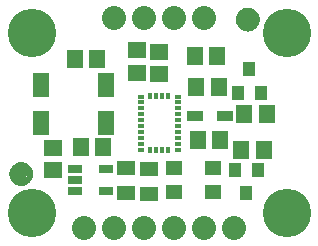
<source format=gbr>
G04 EAGLE Gerber RS-274X export*
G75*
%MOMM*%
%FSLAX34Y34*%
%LPD*%
%INSoldermask Top*%
%IPPOS*%
%AMOC8*
5,1,8,0,0,1.08239X$1,22.5*%
G01*
%ADD10R,0.576600X0.351600*%
%ADD11R,0.351600X0.476600*%
%ADD12R,1.601600X1.401600*%
%ADD13R,1.401600X1.601600*%
%ADD14R,1.401600X2.001600*%
%ADD15R,1.601600X1.301600*%
%ADD16C,1.101600*%
%ADD17C,0.500000*%
%ADD18R,1.101600X1.301600*%
%ADD19R,1.401600X1.301600*%
%ADD20R,1.301600X0.651600*%
%ADD21C,4.101600*%
%ADD22C,2.032000*%
%ADD23R,1.451600X0.901600*%


D10*
X117725Y79100D03*
D11*
X125850Y78475D03*
X130850Y78475D03*
X135850Y78475D03*
X140850Y78475D03*
D10*
X148975Y79100D03*
X148975Y84100D03*
X148975Y89100D03*
X148975Y94100D03*
X148975Y99100D03*
X148975Y104100D03*
X148975Y109100D03*
X148975Y114100D03*
X148975Y119100D03*
X148975Y124100D03*
D11*
X140850Y124725D03*
X135850Y124725D03*
X130850Y124725D03*
X125850Y124725D03*
D10*
X117725Y124100D03*
X117725Y119100D03*
X117725Y114100D03*
X117725Y109100D03*
X117725Y104100D03*
X117725Y99100D03*
X117725Y94100D03*
X117725Y89100D03*
X117725Y84100D03*
D12*
X114300Y163170D03*
X114300Y144170D03*
X133350Y161900D03*
X133350Y142900D03*
D13*
X163220Y158750D03*
X182220Y158750D03*
X224130Y109220D03*
X205130Y109220D03*
X202590Y78740D03*
X221590Y78740D03*
D14*
X88460Y134110D03*
X33460Y134110D03*
X33460Y102110D03*
X88460Y102110D03*
D13*
X66700Y81280D03*
X85700Y81280D03*
X61620Y156210D03*
X80620Y156210D03*
X184760Y87630D03*
X165760Y87630D03*
D15*
X124460Y41570D03*
X124460Y62570D03*
D16*
X208280Y189230D03*
D17*
X208280Y196730D02*
X208099Y196728D01*
X207918Y196721D01*
X207737Y196710D01*
X207556Y196695D01*
X207376Y196675D01*
X207196Y196651D01*
X207017Y196623D01*
X206839Y196590D01*
X206662Y196553D01*
X206485Y196512D01*
X206310Y196467D01*
X206135Y196417D01*
X205962Y196363D01*
X205791Y196305D01*
X205620Y196243D01*
X205452Y196176D01*
X205285Y196106D01*
X205119Y196032D01*
X204956Y195953D01*
X204795Y195871D01*
X204635Y195785D01*
X204478Y195695D01*
X204323Y195601D01*
X204170Y195504D01*
X204020Y195402D01*
X203872Y195298D01*
X203726Y195189D01*
X203584Y195078D01*
X203444Y194962D01*
X203307Y194844D01*
X203172Y194722D01*
X203041Y194597D01*
X202913Y194469D01*
X202788Y194338D01*
X202666Y194203D01*
X202548Y194066D01*
X202432Y193926D01*
X202321Y193784D01*
X202212Y193638D01*
X202108Y193490D01*
X202006Y193340D01*
X201909Y193187D01*
X201815Y193032D01*
X201725Y192875D01*
X201639Y192715D01*
X201557Y192554D01*
X201478Y192391D01*
X201404Y192225D01*
X201334Y192058D01*
X201267Y191890D01*
X201205Y191719D01*
X201147Y191548D01*
X201093Y191375D01*
X201043Y191200D01*
X200998Y191025D01*
X200957Y190848D01*
X200920Y190671D01*
X200887Y190493D01*
X200859Y190314D01*
X200835Y190134D01*
X200815Y189954D01*
X200800Y189773D01*
X200789Y189592D01*
X200782Y189411D01*
X200780Y189230D01*
X208280Y196730D02*
X208461Y196728D01*
X208642Y196721D01*
X208823Y196710D01*
X209004Y196695D01*
X209184Y196675D01*
X209364Y196651D01*
X209543Y196623D01*
X209721Y196590D01*
X209898Y196553D01*
X210075Y196512D01*
X210250Y196467D01*
X210425Y196417D01*
X210598Y196363D01*
X210769Y196305D01*
X210940Y196243D01*
X211108Y196176D01*
X211275Y196106D01*
X211441Y196032D01*
X211604Y195953D01*
X211765Y195871D01*
X211925Y195785D01*
X212082Y195695D01*
X212237Y195601D01*
X212390Y195504D01*
X212540Y195402D01*
X212688Y195298D01*
X212834Y195189D01*
X212976Y195078D01*
X213116Y194962D01*
X213253Y194844D01*
X213388Y194722D01*
X213519Y194597D01*
X213647Y194469D01*
X213772Y194338D01*
X213894Y194203D01*
X214012Y194066D01*
X214128Y193926D01*
X214239Y193784D01*
X214348Y193638D01*
X214452Y193490D01*
X214554Y193340D01*
X214651Y193187D01*
X214745Y193032D01*
X214835Y192875D01*
X214921Y192715D01*
X215003Y192554D01*
X215082Y192391D01*
X215156Y192225D01*
X215226Y192058D01*
X215293Y191890D01*
X215355Y191719D01*
X215413Y191548D01*
X215467Y191375D01*
X215517Y191200D01*
X215562Y191025D01*
X215603Y190848D01*
X215640Y190671D01*
X215673Y190493D01*
X215701Y190314D01*
X215725Y190134D01*
X215745Y189954D01*
X215760Y189773D01*
X215771Y189592D01*
X215778Y189411D01*
X215780Y189230D01*
X215778Y189049D01*
X215771Y188868D01*
X215760Y188687D01*
X215745Y188506D01*
X215725Y188326D01*
X215701Y188146D01*
X215673Y187967D01*
X215640Y187789D01*
X215603Y187612D01*
X215562Y187435D01*
X215517Y187260D01*
X215467Y187085D01*
X215413Y186912D01*
X215355Y186741D01*
X215293Y186570D01*
X215226Y186402D01*
X215156Y186235D01*
X215082Y186069D01*
X215003Y185906D01*
X214921Y185745D01*
X214835Y185585D01*
X214745Y185428D01*
X214651Y185273D01*
X214554Y185120D01*
X214452Y184970D01*
X214348Y184822D01*
X214239Y184676D01*
X214128Y184534D01*
X214012Y184394D01*
X213894Y184257D01*
X213772Y184122D01*
X213647Y183991D01*
X213519Y183863D01*
X213388Y183738D01*
X213253Y183616D01*
X213116Y183498D01*
X212976Y183382D01*
X212834Y183271D01*
X212688Y183162D01*
X212540Y183058D01*
X212390Y182956D01*
X212237Y182859D01*
X212082Y182765D01*
X211925Y182675D01*
X211765Y182589D01*
X211604Y182507D01*
X211441Y182428D01*
X211275Y182354D01*
X211108Y182284D01*
X210940Y182217D01*
X210769Y182155D01*
X210598Y182097D01*
X210425Y182043D01*
X210250Y181993D01*
X210075Y181948D01*
X209898Y181907D01*
X209721Y181870D01*
X209543Y181837D01*
X209364Y181809D01*
X209184Y181785D01*
X209004Y181765D01*
X208823Y181750D01*
X208642Y181739D01*
X208461Y181732D01*
X208280Y181730D01*
X208099Y181732D01*
X207918Y181739D01*
X207737Y181750D01*
X207556Y181765D01*
X207376Y181785D01*
X207196Y181809D01*
X207017Y181837D01*
X206839Y181870D01*
X206662Y181907D01*
X206485Y181948D01*
X206310Y181993D01*
X206135Y182043D01*
X205962Y182097D01*
X205791Y182155D01*
X205620Y182217D01*
X205452Y182284D01*
X205285Y182354D01*
X205119Y182428D01*
X204956Y182507D01*
X204795Y182589D01*
X204635Y182675D01*
X204478Y182765D01*
X204323Y182859D01*
X204170Y182956D01*
X204020Y183058D01*
X203872Y183162D01*
X203726Y183271D01*
X203584Y183382D01*
X203444Y183498D01*
X203307Y183616D01*
X203172Y183738D01*
X203041Y183863D01*
X202913Y183991D01*
X202788Y184122D01*
X202666Y184257D01*
X202548Y184394D01*
X202432Y184534D01*
X202321Y184676D01*
X202212Y184822D01*
X202108Y184970D01*
X202006Y185120D01*
X201909Y185273D01*
X201815Y185428D01*
X201725Y185585D01*
X201639Y185745D01*
X201557Y185906D01*
X201478Y186069D01*
X201404Y186235D01*
X201334Y186402D01*
X201267Y186570D01*
X201205Y186741D01*
X201147Y186912D01*
X201093Y187085D01*
X201043Y187260D01*
X200998Y187435D01*
X200957Y187612D01*
X200920Y187789D01*
X200887Y187967D01*
X200859Y188146D01*
X200835Y188326D01*
X200815Y188506D01*
X200800Y188687D01*
X200789Y188868D01*
X200782Y189049D01*
X200780Y189230D01*
D16*
X16510Y58420D03*
D17*
X16510Y65920D02*
X16329Y65918D01*
X16148Y65911D01*
X15967Y65900D01*
X15786Y65885D01*
X15606Y65865D01*
X15426Y65841D01*
X15247Y65813D01*
X15069Y65780D01*
X14892Y65743D01*
X14715Y65702D01*
X14540Y65657D01*
X14365Y65607D01*
X14192Y65553D01*
X14021Y65495D01*
X13850Y65433D01*
X13682Y65366D01*
X13515Y65296D01*
X13349Y65222D01*
X13186Y65143D01*
X13025Y65061D01*
X12865Y64975D01*
X12708Y64885D01*
X12553Y64791D01*
X12400Y64694D01*
X12250Y64592D01*
X12102Y64488D01*
X11956Y64379D01*
X11814Y64268D01*
X11674Y64152D01*
X11537Y64034D01*
X11402Y63912D01*
X11271Y63787D01*
X11143Y63659D01*
X11018Y63528D01*
X10896Y63393D01*
X10778Y63256D01*
X10662Y63116D01*
X10551Y62974D01*
X10442Y62828D01*
X10338Y62680D01*
X10236Y62530D01*
X10139Y62377D01*
X10045Y62222D01*
X9955Y62065D01*
X9869Y61905D01*
X9787Y61744D01*
X9708Y61581D01*
X9634Y61415D01*
X9564Y61248D01*
X9497Y61080D01*
X9435Y60909D01*
X9377Y60738D01*
X9323Y60565D01*
X9273Y60390D01*
X9228Y60215D01*
X9187Y60038D01*
X9150Y59861D01*
X9117Y59683D01*
X9089Y59504D01*
X9065Y59324D01*
X9045Y59144D01*
X9030Y58963D01*
X9019Y58782D01*
X9012Y58601D01*
X9010Y58420D01*
X16510Y65920D02*
X16691Y65918D01*
X16872Y65911D01*
X17053Y65900D01*
X17234Y65885D01*
X17414Y65865D01*
X17594Y65841D01*
X17773Y65813D01*
X17951Y65780D01*
X18128Y65743D01*
X18305Y65702D01*
X18480Y65657D01*
X18655Y65607D01*
X18828Y65553D01*
X18999Y65495D01*
X19170Y65433D01*
X19338Y65366D01*
X19505Y65296D01*
X19671Y65222D01*
X19834Y65143D01*
X19995Y65061D01*
X20155Y64975D01*
X20312Y64885D01*
X20467Y64791D01*
X20620Y64694D01*
X20770Y64592D01*
X20918Y64488D01*
X21064Y64379D01*
X21206Y64268D01*
X21346Y64152D01*
X21483Y64034D01*
X21618Y63912D01*
X21749Y63787D01*
X21877Y63659D01*
X22002Y63528D01*
X22124Y63393D01*
X22242Y63256D01*
X22358Y63116D01*
X22469Y62974D01*
X22578Y62828D01*
X22682Y62680D01*
X22784Y62530D01*
X22881Y62377D01*
X22975Y62222D01*
X23065Y62065D01*
X23151Y61905D01*
X23233Y61744D01*
X23312Y61581D01*
X23386Y61415D01*
X23456Y61248D01*
X23523Y61080D01*
X23585Y60909D01*
X23643Y60738D01*
X23697Y60565D01*
X23747Y60390D01*
X23792Y60215D01*
X23833Y60038D01*
X23870Y59861D01*
X23903Y59683D01*
X23931Y59504D01*
X23955Y59324D01*
X23975Y59144D01*
X23990Y58963D01*
X24001Y58782D01*
X24008Y58601D01*
X24010Y58420D01*
X24008Y58239D01*
X24001Y58058D01*
X23990Y57877D01*
X23975Y57696D01*
X23955Y57516D01*
X23931Y57336D01*
X23903Y57157D01*
X23870Y56979D01*
X23833Y56802D01*
X23792Y56625D01*
X23747Y56450D01*
X23697Y56275D01*
X23643Y56102D01*
X23585Y55931D01*
X23523Y55760D01*
X23456Y55592D01*
X23386Y55425D01*
X23312Y55259D01*
X23233Y55096D01*
X23151Y54935D01*
X23065Y54775D01*
X22975Y54618D01*
X22881Y54463D01*
X22784Y54310D01*
X22682Y54160D01*
X22578Y54012D01*
X22469Y53866D01*
X22358Y53724D01*
X22242Y53584D01*
X22124Y53447D01*
X22002Y53312D01*
X21877Y53181D01*
X21749Y53053D01*
X21618Y52928D01*
X21483Y52806D01*
X21346Y52688D01*
X21206Y52572D01*
X21064Y52461D01*
X20918Y52352D01*
X20770Y52248D01*
X20620Y52146D01*
X20467Y52049D01*
X20312Y51955D01*
X20155Y51865D01*
X19995Y51779D01*
X19834Y51697D01*
X19671Y51618D01*
X19505Y51544D01*
X19338Y51474D01*
X19170Y51407D01*
X18999Y51345D01*
X18828Y51287D01*
X18655Y51233D01*
X18480Y51183D01*
X18305Y51138D01*
X18128Y51097D01*
X17951Y51060D01*
X17773Y51027D01*
X17594Y50999D01*
X17414Y50975D01*
X17234Y50955D01*
X17053Y50940D01*
X16872Y50929D01*
X16691Y50922D01*
X16510Y50920D01*
X16329Y50922D01*
X16148Y50929D01*
X15967Y50940D01*
X15786Y50955D01*
X15606Y50975D01*
X15426Y50999D01*
X15247Y51027D01*
X15069Y51060D01*
X14892Y51097D01*
X14715Y51138D01*
X14540Y51183D01*
X14365Y51233D01*
X14192Y51287D01*
X14021Y51345D01*
X13850Y51407D01*
X13682Y51474D01*
X13515Y51544D01*
X13349Y51618D01*
X13186Y51697D01*
X13025Y51779D01*
X12865Y51865D01*
X12708Y51955D01*
X12553Y52049D01*
X12400Y52146D01*
X12250Y52248D01*
X12102Y52352D01*
X11956Y52461D01*
X11814Y52572D01*
X11674Y52688D01*
X11537Y52806D01*
X11402Y52928D01*
X11271Y53053D01*
X11143Y53181D01*
X11018Y53312D01*
X10896Y53447D01*
X10778Y53584D01*
X10662Y53724D01*
X10551Y53866D01*
X10442Y54012D01*
X10338Y54160D01*
X10236Y54310D01*
X10139Y54463D01*
X10045Y54618D01*
X9955Y54775D01*
X9869Y54935D01*
X9787Y55096D01*
X9708Y55259D01*
X9634Y55425D01*
X9564Y55592D01*
X9497Y55760D01*
X9435Y55931D01*
X9377Y56102D01*
X9323Y56275D01*
X9273Y56450D01*
X9228Y56625D01*
X9187Y56802D01*
X9150Y56979D01*
X9117Y57157D01*
X9089Y57336D01*
X9065Y57516D01*
X9045Y57696D01*
X9030Y57877D01*
X9019Y58058D01*
X9012Y58239D01*
X9010Y58420D01*
D18*
X209550Y147160D03*
X219050Y127160D03*
X200050Y127160D03*
X207010Y42070D03*
X197510Y62070D03*
X216510Y62070D03*
D19*
X146050Y43180D03*
X146050Y63500D03*
X179070Y43180D03*
X179070Y63500D03*
D20*
X61929Y62840D03*
X61929Y53340D03*
X61929Y43840D03*
X87931Y43840D03*
X87931Y62840D03*
D12*
X43180Y61620D03*
X43180Y80620D03*
D15*
X105410Y63840D03*
X105410Y42840D03*
D13*
X164490Y132080D03*
X183490Y132080D03*
D21*
X25400Y177800D03*
X25400Y25400D03*
D22*
X69850Y12700D03*
X95250Y12700D03*
X120650Y12700D03*
X146050Y12700D03*
X171450Y12700D03*
X196850Y12700D03*
X95250Y190500D03*
X120650Y190500D03*
X146050Y190500D03*
X171450Y190500D03*
D21*
X241300Y177800D03*
X241300Y25400D03*
D23*
X189230Y107950D03*
X163830Y107950D03*
M02*

</source>
